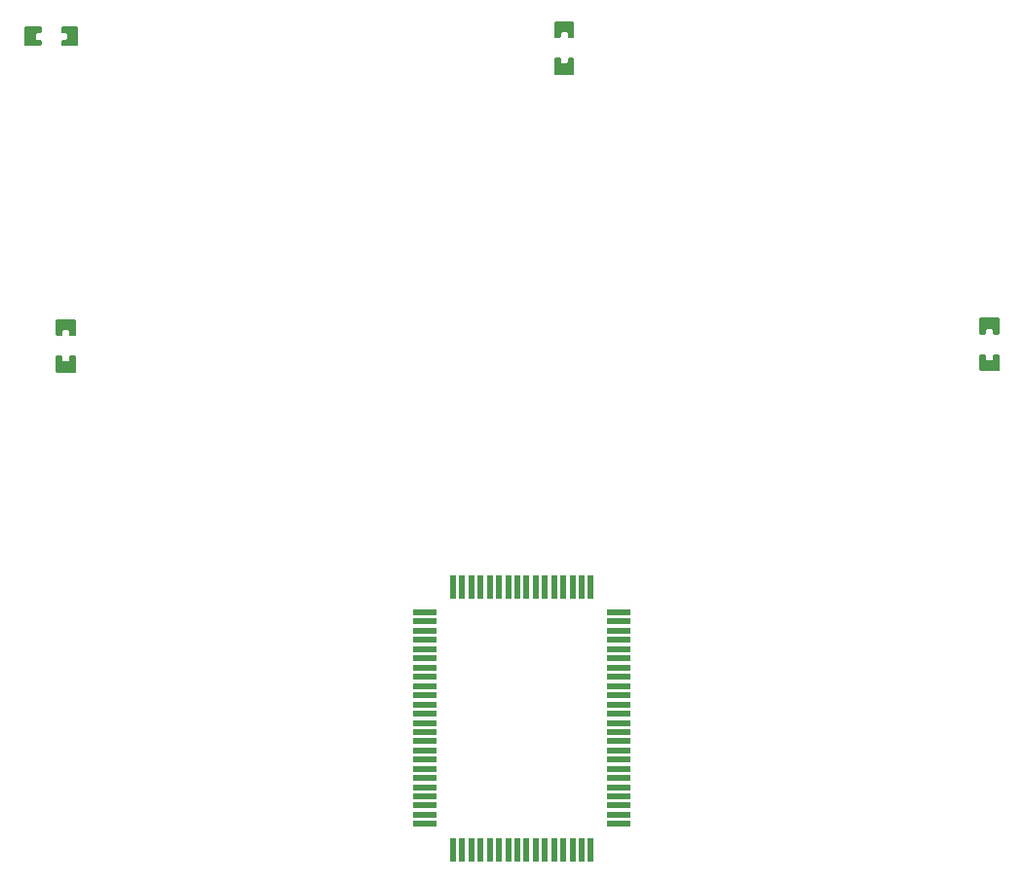
<source format=gbp>
G04 Layer: BottomPasteMaskLayer*
G04 EasyEDA v6.5.42, 2024-04-13 21:12:49*
G04 9533279679aa4dd5b2ccd963fcabda20,a2f4cb7aa3704937908c5b59a0d1150c,10*
G04 Gerber Generator version 0.2*
G04 Scale: 100 percent, Rotated: No, Reflected: No *
G04 Dimensions in millimeters *
G04 leading zeros omitted , absolute positions ,4 integer and 5 decimal *
%FSLAX45Y45*%
%MOMM*%

%AMMACRO1*21,1,$1,$2,0,0,$3*%
%ADD10MACRO1,0.5715X2.0701X90.0000*%
%ADD11MACRO1,0.5715X2.0701X0.0000*%

%LPD*%
G36*
X11226596Y9757511D02*
G01*
X11216589Y9747504D01*
X11216589Y9618980D01*
X11226596Y9609023D01*
X11379403Y9609023D01*
X11389410Y9618980D01*
X11389410Y9747504D01*
X11379403Y9757511D01*
X11342370Y9757511D01*
X11332362Y9747504D01*
X11332362Y9717024D01*
X11322354Y9707016D01*
X11283645Y9707016D01*
X11273637Y9717024D01*
X11273637Y9747504D01*
X11263630Y9757511D01*
G37*
G36*
X11226596Y10075976D02*
G01*
X11216589Y10066020D01*
X11216589Y9937496D01*
X11226596Y9927488D01*
X11263630Y9927488D01*
X11273637Y9937496D01*
X11273637Y9967976D01*
X11283645Y9977983D01*
X11322354Y9977983D01*
X11332362Y9967976D01*
X11332362Y9937496D01*
X11342370Y9927488D01*
X11379403Y9927488D01*
X11389410Y9937496D01*
X11389410Y10066020D01*
X11379403Y10075976D01*
G37*
G36*
X3200196Y10063276D02*
G01*
X3190189Y10053320D01*
X3190189Y9924796D01*
X3200196Y9914788D01*
X3237230Y9914788D01*
X3247237Y9924796D01*
X3247237Y9955276D01*
X3257245Y9965283D01*
X3295954Y9965283D01*
X3305962Y9955276D01*
X3305962Y9924796D01*
X3315970Y9914788D01*
X3353003Y9914788D01*
X3363010Y9924796D01*
X3363010Y10053320D01*
X3353003Y10063276D01*
G37*
G36*
X3200196Y9744811D02*
G01*
X3190189Y9734804D01*
X3190189Y9606280D01*
X3200196Y9596323D01*
X3353003Y9596323D01*
X3363010Y9606280D01*
X3363010Y9734804D01*
X3353003Y9744811D01*
X3315970Y9744811D01*
X3305962Y9734804D01*
X3305962Y9704324D01*
X3295954Y9694316D01*
X3257245Y9694316D01*
X3247237Y9704324D01*
X3247237Y9734804D01*
X3237230Y9744811D01*
G37*
G36*
X2926080Y12608610D02*
G01*
X2916123Y12598603D01*
X2916123Y12445796D01*
X2926080Y12435789D01*
X3054604Y12435789D01*
X3064611Y12445796D01*
X3064611Y12482830D01*
X3054604Y12492837D01*
X3024124Y12492837D01*
X3014116Y12502845D01*
X3014116Y12541554D01*
X3024124Y12551562D01*
X3054604Y12551562D01*
X3064611Y12561570D01*
X3064611Y12598603D01*
X3054604Y12608610D01*
G37*
G36*
X3244596Y12608610D02*
G01*
X3234588Y12598603D01*
X3234588Y12561570D01*
X3244596Y12551562D01*
X3275076Y12551562D01*
X3285083Y12541554D01*
X3285083Y12502845D01*
X3275076Y12492837D01*
X3244596Y12492837D01*
X3234588Y12482830D01*
X3234588Y12445796D01*
X3244596Y12435789D01*
X3373120Y12435789D01*
X3383076Y12445796D01*
X3383076Y12598603D01*
X3373120Y12608610D01*
G37*
G36*
X7530896Y12654076D02*
G01*
X7520889Y12644120D01*
X7520889Y12515596D01*
X7530896Y12505588D01*
X7567930Y12505588D01*
X7577937Y12515596D01*
X7577937Y12546076D01*
X7587945Y12556083D01*
X7626654Y12556083D01*
X7636662Y12546076D01*
X7636662Y12515596D01*
X7646670Y12505588D01*
X7683703Y12505588D01*
X7693710Y12515596D01*
X7693710Y12644120D01*
X7683703Y12654076D01*
G37*
G36*
X7530896Y12335611D02*
G01*
X7520889Y12325604D01*
X7520889Y12197080D01*
X7530896Y12187123D01*
X7683703Y12187123D01*
X7693710Y12197080D01*
X7693710Y12325604D01*
X7683703Y12335611D01*
X7646670Y12335611D01*
X7636662Y12325604D01*
X7636662Y12295124D01*
X7626654Y12285116D01*
X7587945Y12285116D01*
X7577937Y12295124D01*
X7577937Y12325604D01*
X7567930Y12335611D01*
G37*
D10*
G01*
X8082279Y7510779D03*
G01*
X8082279Y7432039D03*
G01*
X8082279Y7350760D03*
G01*
X8082279Y7272020D03*
G01*
X8082279Y7190739D03*
G01*
X8082279Y7112000D03*
G01*
X8082279Y7030720D03*
G01*
X8082279Y6951979D03*
G01*
X8082279Y6870700D03*
G01*
X8082279Y6791960D03*
G01*
X8082279Y6710679D03*
G01*
X8082279Y6631939D03*
G01*
X8082279Y6550660D03*
G01*
X8082279Y6471920D03*
G01*
X8082279Y6390639D03*
G01*
X8082279Y6311900D03*
G01*
X8082279Y6230620D03*
G01*
X8082279Y6151879D03*
G01*
X8082279Y6070600D03*
G01*
X8082279Y5991860D03*
G01*
X8082279Y5910579D03*
G01*
X8082279Y5831839D03*
G01*
X8082279Y5750560D03*
G01*
X8082279Y5671820D03*
D11*
G01*
X7838440Y5448300D03*
G01*
X7759700Y5448300D03*
G01*
X7678420Y5448300D03*
G01*
X7599679Y5448300D03*
G01*
X7518400Y5448300D03*
G01*
X7439659Y5448300D03*
G01*
X7358379Y5448300D03*
G01*
X7279640Y5448300D03*
G01*
X7198359Y5448300D03*
G01*
X7119620Y5448300D03*
G01*
X7038340Y5448300D03*
G01*
X6959600Y5448300D03*
G01*
X6878320Y5448300D03*
G01*
X6799579Y5448300D03*
G01*
X6718300Y5448300D03*
G01*
X6639559Y5448300D03*
D10*
G01*
X6395720Y5671820D03*
G01*
X6395720Y5750560D03*
G01*
X6395720Y5831839D03*
G01*
X6395720Y5910579D03*
G01*
X6395720Y5991860D03*
G01*
X6395720Y6070600D03*
G01*
X6395720Y6151879D03*
G01*
X6395720Y6230620D03*
G01*
X6395720Y6311900D03*
G01*
X6395720Y6390639D03*
G01*
X6395720Y6471920D03*
G01*
X6395720Y6550660D03*
G01*
X6395720Y6631939D03*
G01*
X6395720Y6710679D03*
G01*
X6395720Y6791960D03*
G01*
X6395720Y6870700D03*
G01*
X6395720Y6951979D03*
G01*
X6395720Y7030720D03*
G01*
X6395720Y7112000D03*
G01*
X6395720Y7190739D03*
G01*
X6395720Y7272020D03*
G01*
X6395720Y7350760D03*
G01*
X6395720Y7432039D03*
G01*
X6395720Y7510779D03*
D11*
G01*
X6639559Y7734300D03*
G01*
X6718300Y7734300D03*
G01*
X6799579Y7734300D03*
G01*
X6878320Y7734300D03*
G01*
X6959600Y7734300D03*
G01*
X7038340Y7734300D03*
G01*
X7119620Y7734300D03*
G01*
X7198359Y7734300D03*
G01*
X7279640Y7734300D03*
G01*
X7358379Y7734300D03*
G01*
X7439659Y7734300D03*
G01*
X7518400Y7734300D03*
G01*
X7599679Y7734300D03*
G01*
X7678420Y7734300D03*
G01*
X7759700Y7734300D03*
G01*
X7838440Y7734300D03*
M02*

</source>
